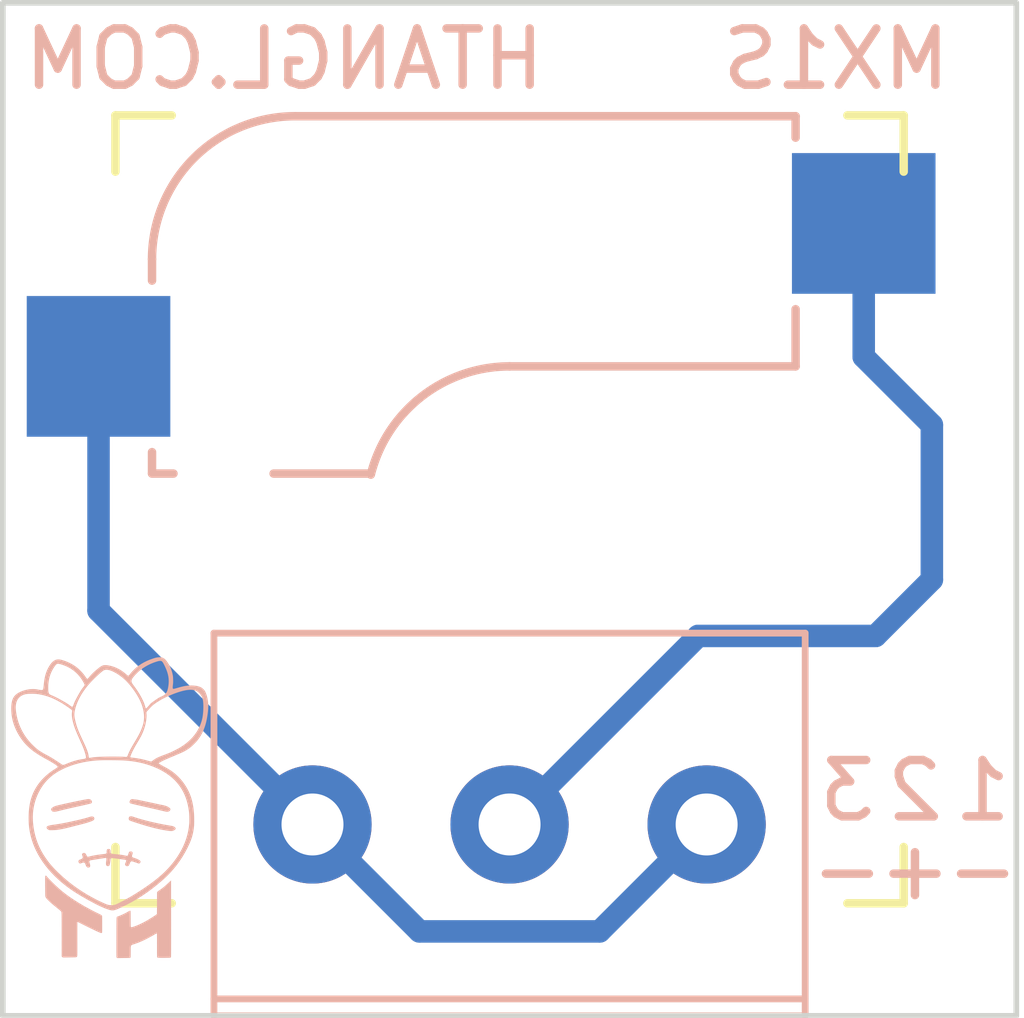
<source format=kicad_pcb>
(kicad_pcb (version 20211014) (generator pcbnew)
  (layers (0 "F.Cu" signal) (31 "B.Cu" signal) (34 "B.Paste" user) (35 "F.Paste" user) (36 "B.SilkS" user "B.Silkscreen") (37 "F.SilkS" user "F.Silkscreen") (38 "B.Mask" user) (39 "F.Mask" user) (44 "Edge.Cuts" user))
  (net 0 "")
  (net 1 "+")
  (net 2 "-")
  (footprint "Keyswitches:Kailh_socket_MX" (layer "F.Cu") (at 50 50)
    (fp_text reference "REF**" hide)
    (fp_text value "Kailh_socket_MX" hide)
    (pad "" np_thru_hole circle (at 2.54 -5.08) (size 3 3) (drill 3) (layers *.Cu *.Mask))
    (pad "" np_thru_hole circle (at 5.08 0) (size 1.7018 1.7018) (drill 1.7018) (layers *.Cu *.Mask))
    (pad "" np_thru_hole circle (at -5.08 0) (size 1.7018 1.7018) (drill 1.7018) (layers *.Cu *.Mask))
    (pad "" np_thru_hole circle (at -3.81 -2.54) (size 3 3) (drill 3) (layers *.Cu *.Mask))
    (pad "" np_thru_hole circle (at 0 0) (size 3.9878 3.9878) (drill 3.9878) (layers *.Cu *.Mask))
    (pad "1" smd rect (at 6.29 -5.08) (size 2.55 2.5) (layers "B.Cu" "B.Paste" "B.Mask") (net 1 "+"))
    (pad "2" smd rect (at -7.3 -2.54) (size 2.55 2.5) (layers "B.Cu" "B.Paste" "B.Mask") (net 2 "-"))
  )
  (footprint "HTangl:HTurnip_Tiny" (layer "B.Cu") (at 42.9 55.3 180)
    (fp_text reference "G***" hide)
    (fp_text value "LOGO" hide)
  )
  (footprint "Didiy:Degson_DG350_1X03_Screw_Terminal" (layer "B.Cu") (at 50 55.6 180)
    (fp_text reference "T" hide)
    (fp_text value "1X03_Screw_Terminal" hide)
    (pad "1" thru_hole circle (at -3.5 0 180) (size 2.1 2.1) (drill 1.1) (layers *.Cu *.Mask) (net 2 "-"))
    (pad "2" thru_hole circle (at 0 0 180) (size 2.1 2.1) (drill 1.1) (layers *.Cu *.Mask) (net 1 "+"))
    (pad "3" thru_hole circle (at 3.5 0 180) (size 2.1 2.1) (drill 1.1) (layers *.Cu *.Mask) (net 2 "-"))
  )
  (gr_rect (start 59 59) (end 41 41) (layer "Edge.Cuts") (width 0.1) (fill none))
  (gr_text "-" (at 58.4 56.4) (layer "B.SilkS") (effects (font (size 1 1)) (justify mirror)))
  (gr_text "3" (at 56 55) (layer "B.SilkS") (effects (font (size 1 1)) (justify mirror)))
  (gr_text "1" (at 58.4 55) (layer "B.SilkS") (effects (font (size 1 1)) (justify mirror)))
  (gr_text "+" (at 57.2 56.4) (layer "B.SilkS") (effects (font (size 1 1)) (justify mirror)))
  (gr_text "MX1S" (at 55.8 42) (layer "B.SilkS") (effects (font (size 1 1)) (justify mirror)))
  (gr_text "-" (at 56 56.4) (layer "B.SilkS") (effects (font (size 1 1)) (justify mirror)))
  (gr_text "HTANGL.COM" (at 46 42) (layer "B.SilkS") (effects (font (size 1 1)) (justify mirror)))
  (gr_text "2" (at 57.2 55) (layer "B.SilkS") (effects (font (size 1 1)) (justify mirror)))
  (segment (start 57.5 51.25) (end 57.5 48.5) (width 0.4) (layer "B.Cu") (net 1))
  (segment (start 50 55.6) (end 53.35 52.25) (width 0.4) (layer "B.Cu") (net 1))
  (segment (start 56.29 44.92) (end 56.29 47.29) (width 0.4) (layer "B.Cu") (net 1))
  (segment (start 53.35 52.25) (end 56.5 52.25) (width 0.4) (layer "B.Cu") (net 1))
  (segment (start 56.5 52.25) (end 57.5 51.25) (width 0.4) (layer "B.Cu") (net 1))
  (segment (start 56.29 47.29) (end 57.5 48.5) (width 0.4) (layer "B.Cu") (net 1))
  (segment (start 42.7 47.46) (end 42.7 51.8) (width 0.4) (layer "B.Cu") (net 2))
  (segment (start 48.4 57.5) (end 51.6 57.5) (width 0.4) (layer "B.Cu") (net 2))
  (segment (start 51.6 57.5) (end 53.5 55.6) (width 0.4) (layer "B.Cu") (net 2))
  (segment (start 42.7 51.8) (end 46.5 55.6) (width 0.4) (layer "B.Cu") (net 2))
  (segment (start 46.5 55.6) (end 48.4 57.5) (width 0.4) (layer "B.Cu") (net 2))
)
</source>
